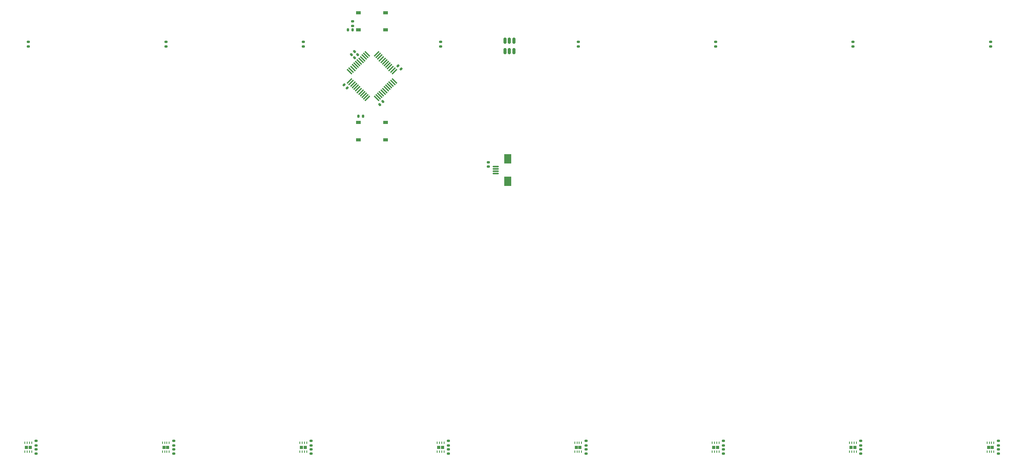
<source format=gbp>
%TF.GenerationSoftware,KiCad,Pcbnew,8.0.3*%
%TF.CreationDate,2024-07-13T17:18:50+02:00*%
%TF.ProjectId,faderboard,66616465-7262-46f6-9172-642e6b696361,rev?*%
%TF.SameCoordinates,Original*%
%TF.FileFunction,Paste,Bot*%
%TF.FilePolarity,Positive*%
%FSLAX46Y46*%
G04 Gerber Fmt 4.6, Leading zero omitted, Abs format (unit mm)*
G04 Created by KiCad (PCBNEW 8.0.3) date 2024-07-13 17:18:50*
%MOMM*%
%LPD*%
G01*
G04 APERTURE LIST*
G04 Aperture macros list*
%AMRoundRect*
0 Rectangle with rounded corners*
0 $1 Rounding radius*
0 $2 $3 $4 $5 $6 $7 $8 $9 X,Y pos of 4 corners*
0 Add a 4 corners polygon primitive as box body*
4,1,4,$2,$3,$4,$5,$6,$7,$8,$9,$2,$3,0*
0 Add four circle primitives for the rounded corners*
1,1,$1+$1,$2,$3*
1,1,$1+$1,$4,$5*
1,1,$1+$1,$6,$7*
1,1,$1+$1,$8,$9*
0 Add four rect primitives between the rounded corners*
20,1,$1+$1,$2,$3,$4,$5,0*
20,1,$1+$1,$4,$5,$6,$7,0*
20,1,$1+$1,$6,$7,$8,$9,0*
20,1,$1+$1,$8,$9,$2,$3,0*%
G04 Aperture macros list end*
%ADD10R,0.650000X0.750000*%
%ADD11RoundRect,0.062500X0.062500X-0.187500X0.062500X0.187500X-0.062500X0.187500X-0.062500X-0.187500X0*%
%ADD12RoundRect,0.140000X-0.170000X0.140000X-0.170000X-0.140000X0.170000X-0.140000X0.170000X0.140000X0*%
%ADD13RoundRect,0.075000X-0.575000X0.075000X-0.575000X-0.075000X0.575000X-0.075000X0.575000X0.075000X0*%
%ADD14R,1.600000X2.000000*%
%ADD15RoundRect,0.135000X-0.135000X-0.185000X0.135000X-0.185000X0.135000X0.185000X-0.135000X0.185000X0*%
%ADD16RoundRect,0.140000X0.170000X-0.140000X0.170000X0.140000X-0.170000X0.140000X-0.170000X-0.140000X0*%
%ADD17RoundRect,0.135000X0.185000X-0.135000X0.185000X0.135000X-0.185000X0.135000X-0.185000X-0.135000X0*%
%ADD18RoundRect,0.140000X-0.021213X0.219203X-0.219203X0.021213X0.021213X-0.219203X0.219203X-0.021213X0*%
%ADD19R,1.000000X0.750000*%
%ADD20RoundRect,0.140000X0.219203X0.021213X0.021213X0.219203X-0.219203X-0.021213X-0.021213X-0.219203X0*%
%ADD21RoundRect,0.140000X-0.219203X-0.021213X-0.021213X-0.219203X0.219203X0.021213X0.021213X0.219203X0*%
%ADD22RoundRect,0.140000X0.021213X-0.219203X0.219203X-0.021213X-0.021213X0.219203X-0.219203X0.021213X0*%
%ADD23RoundRect,0.075000X-0.521491X0.415425X0.415425X-0.521491X0.521491X-0.415425X-0.415425X0.521491X0*%
%ADD24RoundRect,0.075000X-0.521491X-0.415425X-0.415425X-0.521491X0.521491X0.415425X0.415425X0.521491X0*%
%ADD25RoundRect,0.150000X-0.150000X0.512500X-0.150000X-0.512500X0.150000X-0.512500X0.150000X0.512500X0*%
G04 APERTURE END LIST*
D10*
%TO.C,U11*%
X252100000Y-123100000D03*
X252900000Y-123100000D03*
D11*
X253250000Y-124050000D03*
X252750000Y-124050000D03*
X252250000Y-124050000D03*
X251750000Y-124050000D03*
X251750000Y-122150000D03*
X252250000Y-122150000D03*
X252750000Y-122150000D03*
X253250000Y-122150000D03*
%TD*%
D12*
%TO.C,C25*%
X224210000Y-121710000D03*
X224210000Y-122670000D03*
%TD*%
D13*
%TO.C,J2*%
X144475000Y-61750000D03*
X144475000Y-62250000D03*
X144475000Y-62750000D03*
X144475000Y-63250000D03*
D14*
X147155000Y-60050000D03*
X147155000Y-64950000D03*
%TD*%
D15*
%TO.C,R6*%
X112270000Y-31875000D03*
X113290000Y-31875000D03*
%TD*%
D10*
%TO.C,U6*%
X102100000Y-123100000D03*
X102900000Y-123100000D03*
D11*
X103250000Y-124050000D03*
X102750000Y-124050000D03*
X102250000Y-124050000D03*
X101750000Y-124050000D03*
X101750000Y-122150000D03*
X102250000Y-122150000D03*
X102750000Y-122150000D03*
X103250000Y-122150000D03*
%TD*%
D16*
%TO.C,C26*%
X224210000Y-124490000D03*
X224210000Y-123530000D03*
%TD*%
D12*
%TO.C,C23*%
X194210000Y-121710000D03*
X194210000Y-122670000D03*
%TD*%
D16*
%TO.C,C18*%
X104210000Y-124490000D03*
X104210000Y-123530000D03*
%TD*%
D10*
%TO.C,U7*%
X132100000Y-123100000D03*
X132900000Y-123100000D03*
D11*
X133250000Y-124050000D03*
X132750000Y-124050000D03*
X132250000Y-124050000D03*
X131750000Y-124050000D03*
X131750000Y-122150000D03*
X132250000Y-122150000D03*
X132750000Y-122150000D03*
X133250000Y-122150000D03*
%TD*%
D12*
%TO.C,C13*%
X44210000Y-121710000D03*
X44210000Y-122670000D03*
%TD*%
D17*
%TO.C,R11*%
X132500000Y-35510000D03*
X132500000Y-34490000D03*
%TD*%
%TO.C,R8*%
X42500000Y-35510000D03*
X42500000Y-34490000D03*
%TD*%
D16*
%TO.C,C22*%
X164210000Y-124490000D03*
X164210000Y-123530000D03*
%TD*%
%TO.C,C2*%
X142865000Y-61750000D03*
X142865000Y-60790000D03*
%TD*%
D12*
%TO.C,C15*%
X74210000Y-121710000D03*
X74210000Y-122670000D03*
%TD*%
%TO.C,C27*%
X254210000Y-121710000D03*
X254210000Y-122670000D03*
%TD*%
D18*
%TO.C,C4*%
X114325090Y-37241172D03*
X113646268Y-37919994D03*
%TD*%
D12*
%TO.C,C19*%
X134210000Y-121710000D03*
X134210000Y-122670000D03*
%TD*%
D19*
%TO.C,SW2*%
X120500000Y-28125000D03*
X114500000Y-28125000D03*
X120500000Y-31875000D03*
X114500000Y-31875000D03*
%TD*%
D16*
%TO.C,C14*%
X44210000Y-124490000D03*
X44210000Y-123530000D03*
%TD*%
D20*
%TO.C,C5*%
X123828605Y-40394867D03*
X123149783Y-39716045D03*
%TD*%
D15*
%TO.C,R7*%
X114500000Y-50730000D03*
X115520000Y-50730000D03*
%TD*%
D16*
%TO.C,C28*%
X254210000Y-124490000D03*
X254210000Y-123530000D03*
%TD*%
D10*
%TO.C,U5*%
X72100000Y-123100000D03*
X72900000Y-123100000D03*
D11*
X73250000Y-124050000D03*
X72750000Y-124050000D03*
X72250000Y-124050000D03*
X71750000Y-124050000D03*
X71750000Y-122150000D03*
X72250000Y-122150000D03*
X72750000Y-122150000D03*
X73250000Y-122150000D03*
%TD*%
D12*
%TO.C,C17*%
X104210000Y-121710000D03*
X104210000Y-122670000D03*
%TD*%
D16*
%TO.C,C12*%
X113290000Y-30975000D03*
X113290000Y-30015000D03*
%TD*%
%TO.C,C24*%
X194210000Y-124490000D03*
X194210000Y-123530000D03*
%TD*%
D21*
%TO.C,C7*%
X111425953Y-43859691D03*
X112104775Y-44538513D03*
%TD*%
D17*
%TO.C,R9*%
X72500000Y-35510000D03*
X72500000Y-34490000D03*
%TD*%
D16*
%TO.C,C16*%
X74210000Y-124490000D03*
X74210000Y-123530000D03*
%TD*%
D10*
%TO.C,U10*%
X222100000Y-123100000D03*
X222900000Y-123100000D03*
D11*
X223250000Y-124050000D03*
X222750000Y-124050000D03*
X222250000Y-124050000D03*
X221750000Y-124050000D03*
X221750000Y-122150000D03*
X222250000Y-122150000D03*
X222750000Y-122150000D03*
X223250000Y-122150000D03*
%TD*%
D12*
%TO.C,C21*%
X164210000Y-121710000D03*
X164210000Y-122670000D03*
%TD*%
D10*
%TO.C,U4*%
X42100000Y-123100000D03*
X42900000Y-123100000D03*
D11*
X43250000Y-124050000D03*
X42750000Y-124050000D03*
X42250000Y-124050000D03*
X41750000Y-124050000D03*
X41750000Y-122150000D03*
X42250000Y-122150000D03*
X42750000Y-122150000D03*
X43250000Y-122150000D03*
%TD*%
D17*
%TO.C,R15*%
X252500000Y-35510000D03*
X252500000Y-34490000D03*
%TD*%
%TO.C,R10*%
X102500000Y-35510000D03*
X102500000Y-34490000D03*
%TD*%
D10*
%TO.C,U8*%
X162100000Y-123100000D03*
X162900000Y-123100000D03*
D11*
X163250000Y-124050000D03*
X162750000Y-124050000D03*
X162250000Y-124050000D03*
X161750000Y-124050000D03*
X161750000Y-122150000D03*
X162250000Y-122150000D03*
X162750000Y-122150000D03*
X163250000Y-122150000D03*
%TD*%
D10*
%TO.C,U9*%
X192100000Y-123100000D03*
X192900000Y-123100000D03*
D11*
X193250000Y-124050000D03*
X192750000Y-124050000D03*
X192250000Y-124050000D03*
X191750000Y-124050000D03*
X191750000Y-122150000D03*
X192250000Y-122150000D03*
X192750000Y-122150000D03*
X193250000Y-122150000D03*
%TD*%
D19*
%TO.C,SW1*%
X120500000Y-52125000D03*
X114500000Y-52125000D03*
X120500000Y-55875000D03*
X114500000Y-55875000D03*
%TD*%
D22*
%TO.C,C6*%
X119197057Y-48236682D03*
X119875879Y-47557860D03*
%TD*%
D23*
%TO.C,U3*%
X112612124Y-41001212D03*
X112965678Y-40647658D03*
X113319231Y-40294105D03*
X113672785Y-39940551D03*
X114026338Y-39586998D03*
X114379891Y-39233445D03*
X114733445Y-38879891D03*
X115086998Y-38526338D03*
X115440551Y-38172785D03*
X115794105Y-37819231D03*
X116147658Y-37465678D03*
X116501212Y-37112124D03*
D24*
X118498788Y-37112124D03*
X118852342Y-37465678D03*
X119205895Y-37819231D03*
X119559449Y-38172785D03*
X119913002Y-38526338D03*
X120266555Y-38879891D03*
X120620109Y-39233445D03*
X120973662Y-39586998D03*
X121327215Y-39940551D03*
X121680769Y-40294105D03*
X122034322Y-40647658D03*
X122387876Y-41001212D03*
D23*
X122387876Y-42998788D03*
X122034322Y-43352342D03*
X121680769Y-43705895D03*
X121327215Y-44059449D03*
X120973662Y-44413002D03*
X120620109Y-44766555D03*
X120266555Y-45120109D03*
X119913002Y-45473662D03*
X119559449Y-45827215D03*
X119205895Y-46180769D03*
X118852342Y-46534322D03*
X118498788Y-46887876D03*
D24*
X116501212Y-46887876D03*
X116147658Y-46534322D03*
X115794105Y-46180769D03*
X115440551Y-45827215D03*
X115086998Y-45473662D03*
X114733445Y-45120109D03*
X114379891Y-44766555D03*
X114026338Y-44413002D03*
X113672785Y-44059449D03*
X113319231Y-43705895D03*
X112965678Y-43352342D03*
X112612124Y-42998788D03*
%TD*%
D17*
%TO.C,R12*%
X162500000Y-35510000D03*
X162500000Y-34490000D03*
%TD*%
%TO.C,R14*%
X222500000Y-35510000D03*
X222500000Y-34490000D03*
%TD*%
D25*
%TO.C,U2*%
X146550000Y-34232500D03*
X147500000Y-34232500D03*
X148450000Y-34232500D03*
X148450000Y-36507500D03*
X147500000Y-36507500D03*
X146550000Y-36507500D03*
%TD*%
D18*
%TO.C,C3*%
X113674551Y-36590634D03*
X112995729Y-37269456D03*
%TD*%
D17*
%TO.C,R13*%
X192500000Y-35510000D03*
X192500000Y-34490000D03*
%TD*%
D16*
%TO.C,C20*%
X134210000Y-124490000D03*
X134210000Y-123530000D03*
%TD*%
M02*

</source>
